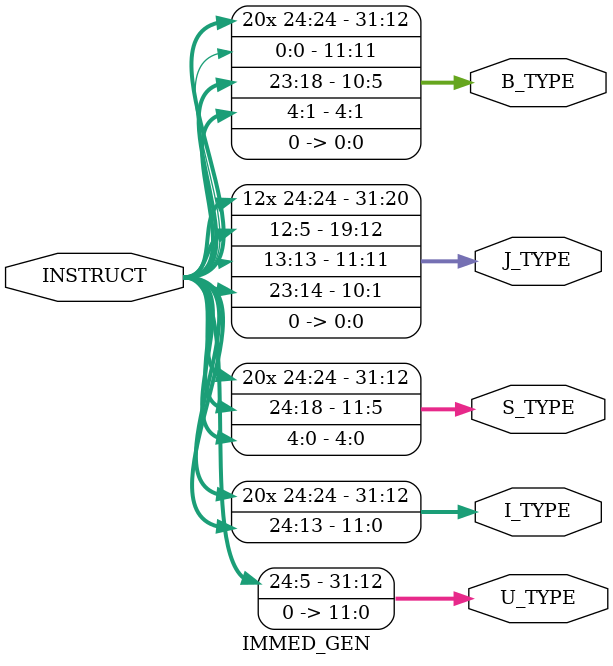
<source format=sv>
`timescale 1ns / 1ps


module IMMED_GEN(
    input [24:0] INSTRUCT,
    output [31:0] U_TYPE,
    output [31:0] I_TYPE,
    output [31:0] S_TYPE,
    output [31:0] J_TYPE,
    output [31:0] B_TYPE
    );
    
    assign U_TYPE = {INSTRUCT[24:5], 12'b0};
    assign I_TYPE = {{21{INSTRUCT[24]}}, INSTRUCT[23:13]};
    assign S_TYPE = {{21{INSTRUCT[24]}}, INSTRUCT[23:18], INSTRUCT[4:0]};
    assign J_TYPE = {{12{INSTRUCT[24]}}, INSTRUCT[12:5], INSTRUCT[13], INSTRUCT[23:14], 1'b0};
    assign B_TYPE = {{20{INSTRUCT[24]}}, INSTRUCT[0], INSTRUCT[23:18], INSTRUCT[4:1], 1'b0};
    
endmodule

</source>
